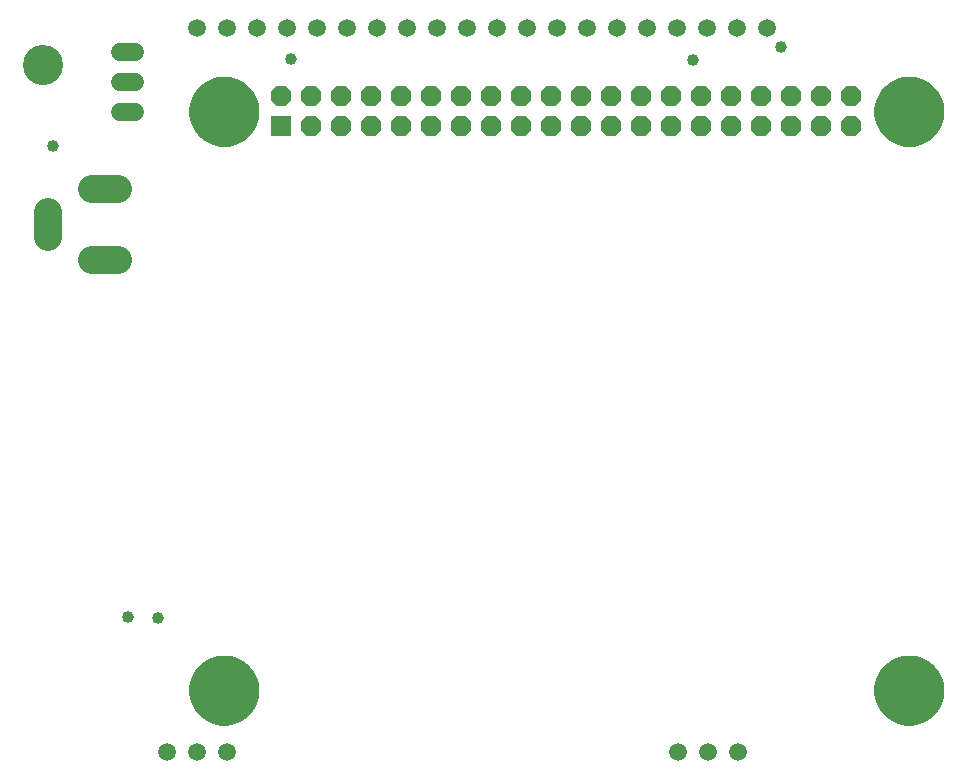
<source format=gts>
G75*
%MOIN*%
%OFA0B0*%
%FSLAX25Y25*%
%IPPOS*%
%LPD*%
%AMOC8*
5,1,8,0,0,1.08239X$1,22.5*
%
%ADD10C,0.13398*%
%ADD11C,0.12205*%
%ADD12C,0.05950*%
%ADD13R,0.06800X0.06800*%
%ADD14OC8,0.06800*%
%ADD15C,0.09400*%
%ADD16C,0.06000*%
%ADD17C,0.03975*%
D10*
X0080395Y0035362D03*
X0080395Y0228275D03*
X0020149Y0243818D03*
X0308742Y0228275D03*
X0308742Y0035362D03*
D11*
X0303242Y0035362D02*
X0303244Y0035510D01*
X0303250Y0035658D01*
X0303260Y0035806D01*
X0303274Y0035954D01*
X0303292Y0036101D01*
X0303314Y0036248D01*
X0303340Y0036394D01*
X0303369Y0036539D01*
X0303403Y0036684D01*
X0303441Y0036827D01*
X0303482Y0036970D01*
X0303527Y0037111D01*
X0303577Y0037251D01*
X0303629Y0037389D01*
X0303686Y0037527D01*
X0303746Y0037662D01*
X0303810Y0037796D01*
X0303877Y0037928D01*
X0303948Y0038058D01*
X0304023Y0038187D01*
X0304101Y0038313D01*
X0304182Y0038437D01*
X0304266Y0038559D01*
X0304354Y0038678D01*
X0304445Y0038795D01*
X0304539Y0038910D01*
X0304637Y0039022D01*
X0304737Y0039131D01*
X0304840Y0039238D01*
X0304946Y0039342D01*
X0305054Y0039443D01*
X0305166Y0039541D01*
X0305280Y0039636D01*
X0305396Y0039727D01*
X0305515Y0039816D01*
X0305636Y0039901D01*
X0305760Y0039983D01*
X0305886Y0040062D01*
X0306013Y0040137D01*
X0306143Y0040209D01*
X0306275Y0040278D01*
X0306408Y0040342D01*
X0306543Y0040403D01*
X0306680Y0040461D01*
X0306818Y0040515D01*
X0306958Y0040565D01*
X0307099Y0040611D01*
X0307241Y0040653D01*
X0307384Y0040692D01*
X0307528Y0040726D01*
X0307674Y0040757D01*
X0307819Y0040784D01*
X0307966Y0040807D01*
X0308113Y0040826D01*
X0308261Y0040841D01*
X0308408Y0040852D01*
X0308557Y0040859D01*
X0308705Y0040862D01*
X0308853Y0040861D01*
X0309001Y0040856D01*
X0309149Y0040847D01*
X0309297Y0040834D01*
X0309445Y0040817D01*
X0309591Y0040796D01*
X0309738Y0040771D01*
X0309883Y0040742D01*
X0310028Y0040710D01*
X0310171Y0040673D01*
X0310314Y0040633D01*
X0310456Y0040588D01*
X0310596Y0040540D01*
X0310735Y0040488D01*
X0310872Y0040433D01*
X0311008Y0040373D01*
X0311143Y0040310D01*
X0311275Y0040244D01*
X0311406Y0040174D01*
X0311535Y0040100D01*
X0311661Y0040023D01*
X0311786Y0039943D01*
X0311908Y0039859D01*
X0312029Y0039772D01*
X0312146Y0039682D01*
X0312262Y0039588D01*
X0312374Y0039492D01*
X0312484Y0039393D01*
X0312592Y0039290D01*
X0312696Y0039185D01*
X0312798Y0039077D01*
X0312896Y0038966D01*
X0312992Y0038853D01*
X0313085Y0038737D01*
X0313174Y0038619D01*
X0313260Y0038498D01*
X0313343Y0038375D01*
X0313423Y0038250D01*
X0313499Y0038123D01*
X0313572Y0037993D01*
X0313641Y0037862D01*
X0313706Y0037729D01*
X0313769Y0037595D01*
X0313827Y0037458D01*
X0313882Y0037320D01*
X0313932Y0037181D01*
X0313980Y0037040D01*
X0314023Y0036899D01*
X0314063Y0036756D01*
X0314098Y0036612D01*
X0314130Y0036467D01*
X0314158Y0036321D01*
X0314182Y0036175D01*
X0314202Y0036028D01*
X0314218Y0035880D01*
X0314230Y0035733D01*
X0314238Y0035584D01*
X0314242Y0035436D01*
X0314242Y0035288D01*
X0314238Y0035140D01*
X0314230Y0034991D01*
X0314218Y0034844D01*
X0314202Y0034696D01*
X0314182Y0034549D01*
X0314158Y0034403D01*
X0314130Y0034257D01*
X0314098Y0034112D01*
X0314063Y0033968D01*
X0314023Y0033825D01*
X0313980Y0033684D01*
X0313932Y0033543D01*
X0313882Y0033404D01*
X0313827Y0033266D01*
X0313769Y0033129D01*
X0313706Y0032995D01*
X0313641Y0032862D01*
X0313572Y0032731D01*
X0313499Y0032601D01*
X0313423Y0032474D01*
X0313343Y0032349D01*
X0313260Y0032226D01*
X0313174Y0032105D01*
X0313085Y0031987D01*
X0312992Y0031871D01*
X0312896Y0031758D01*
X0312798Y0031647D01*
X0312696Y0031539D01*
X0312592Y0031434D01*
X0312484Y0031331D01*
X0312374Y0031232D01*
X0312262Y0031136D01*
X0312146Y0031042D01*
X0312029Y0030952D01*
X0311908Y0030865D01*
X0311786Y0030781D01*
X0311661Y0030701D01*
X0311535Y0030624D01*
X0311406Y0030550D01*
X0311275Y0030480D01*
X0311143Y0030414D01*
X0311008Y0030351D01*
X0310872Y0030291D01*
X0310735Y0030236D01*
X0310596Y0030184D01*
X0310456Y0030136D01*
X0310314Y0030091D01*
X0310171Y0030051D01*
X0310028Y0030014D01*
X0309883Y0029982D01*
X0309738Y0029953D01*
X0309591Y0029928D01*
X0309445Y0029907D01*
X0309297Y0029890D01*
X0309149Y0029877D01*
X0309001Y0029868D01*
X0308853Y0029863D01*
X0308705Y0029862D01*
X0308557Y0029865D01*
X0308408Y0029872D01*
X0308261Y0029883D01*
X0308113Y0029898D01*
X0307966Y0029917D01*
X0307819Y0029940D01*
X0307674Y0029967D01*
X0307528Y0029998D01*
X0307384Y0030032D01*
X0307241Y0030071D01*
X0307099Y0030113D01*
X0306958Y0030159D01*
X0306818Y0030209D01*
X0306680Y0030263D01*
X0306543Y0030321D01*
X0306408Y0030382D01*
X0306275Y0030446D01*
X0306143Y0030515D01*
X0306013Y0030587D01*
X0305886Y0030662D01*
X0305760Y0030741D01*
X0305636Y0030823D01*
X0305515Y0030908D01*
X0305396Y0030997D01*
X0305280Y0031088D01*
X0305166Y0031183D01*
X0305054Y0031281D01*
X0304946Y0031382D01*
X0304840Y0031486D01*
X0304737Y0031593D01*
X0304637Y0031702D01*
X0304539Y0031814D01*
X0304445Y0031929D01*
X0304354Y0032046D01*
X0304266Y0032165D01*
X0304182Y0032287D01*
X0304101Y0032411D01*
X0304023Y0032537D01*
X0303948Y0032666D01*
X0303877Y0032796D01*
X0303810Y0032928D01*
X0303746Y0033062D01*
X0303686Y0033197D01*
X0303629Y0033335D01*
X0303577Y0033473D01*
X0303527Y0033613D01*
X0303482Y0033754D01*
X0303441Y0033897D01*
X0303403Y0034040D01*
X0303369Y0034185D01*
X0303340Y0034330D01*
X0303314Y0034476D01*
X0303292Y0034623D01*
X0303274Y0034770D01*
X0303260Y0034918D01*
X0303250Y0035066D01*
X0303244Y0035214D01*
X0303242Y0035362D01*
X0303242Y0228275D02*
X0303244Y0228423D01*
X0303250Y0228571D01*
X0303260Y0228719D01*
X0303274Y0228867D01*
X0303292Y0229014D01*
X0303314Y0229161D01*
X0303340Y0229307D01*
X0303369Y0229452D01*
X0303403Y0229597D01*
X0303441Y0229740D01*
X0303482Y0229883D01*
X0303527Y0230024D01*
X0303577Y0230164D01*
X0303629Y0230302D01*
X0303686Y0230440D01*
X0303746Y0230575D01*
X0303810Y0230709D01*
X0303877Y0230841D01*
X0303948Y0230971D01*
X0304023Y0231100D01*
X0304101Y0231226D01*
X0304182Y0231350D01*
X0304266Y0231472D01*
X0304354Y0231591D01*
X0304445Y0231708D01*
X0304539Y0231823D01*
X0304637Y0231935D01*
X0304737Y0232044D01*
X0304840Y0232151D01*
X0304946Y0232255D01*
X0305054Y0232356D01*
X0305166Y0232454D01*
X0305280Y0232549D01*
X0305396Y0232640D01*
X0305515Y0232729D01*
X0305636Y0232814D01*
X0305760Y0232896D01*
X0305886Y0232975D01*
X0306013Y0233050D01*
X0306143Y0233122D01*
X0306275Y0233191D01*
X0306408Y0233255D01*
X0306543Y0233316D01*
X0306680Y0233374D01*
X0306818Y0233428D01*
X0306958Y0233478D01*
X0307099Y0233524D01*
X0307241Y0233566D01*
X0307384Y0233605D01*
X0307528Y0233639D01*
X0307674Y0233670D01*
X0307819Y0233697D01*
X0307966Y0233720D01*
X0308113Y0233739D01*
X0308261Y0233754D01*
X0308408Y0233765D01*
X0308557Y0233772D01*
X0308705Y0233775D01*
X0308853Y0233774D01*
X0309001Y0233769D01*
X0309149Y0233760D01*
X0309297Y0233747D01*
X0309445Y0233730D01*
X0309591Y0233709D01*
X0309738Y0233684D01*
X0309883Y0233655D01*
X0310028Y0233623D01*
X0310171Y0233586D01*
X0310314Y0233546D01*
X0310456Y0233501D01*
X0310596Y0233453D01*
X0310735Y0233401D01*
X0310872Y0233346D01*
X0311008Y0233286D01*
X0311143Y0233223D01*
X0311275Y0233157D01*
X0311406Y0233087D01*
X0311535Y0233013D01*
X0311661Y0232936D01*
X0311786Y0232856D01*
X0311908Y0232772D01*
X0312029Y0232685D01*
X0312146Y0232595D01*
X0312262Y0232501D01*
X0312374Y0232405D01*
X0312484Y0232306D01*
X0312592Y0232203D01*
X0312696Y0232098D01*
X0312798Y0231990D01*
X0312896Y0231879D01*
X0312992Y0231766D01*
X0313085Y0231650D01*
X0313174Y0231532D01*
X0313260Y0231411D01*
X0313343Y0231288D01*
X0313423Y0231163D01*
X0313499Y0231036D01*
X0313572Y0230906D01*
X0313641Y0230775D01*
X0313706Y0230642D01*
X0313769Y0230508D01*
X0313827Y0230371D01*
X0313882Y0230233D01*
X0313932Y0230094D01*
X0313980Y0229953D01*
X0314023Y0229812D01*
X0314063Y0229669D01*
X0314098Y0229525D01*
X0314130Y0229380D01*
X0314158Y0229234D01*
X0314182Y0229088D01*
X0314202Y0228941D01*
X0314218Y0228793D01*
X0314230Y0228646D01*
X0314238Y0228497D01*
X0314242Y0228349D01*
X0314242Y0228201D01*
X0314238Y0228053D01*
X0314230Y0227904D01*
X0314218Y0227757D01*
X0314202Y0227609D01*
X0314182Y0227462D01*
X0314158Y0227316D01*
X0314130Y0227170D01*
X0314098Y0227025D01*
X0314063Y0226881D01*
X0314023Y0226738D01*
X0313980Y0226597D01*
X0313932Y0226456D01*
X0313882Y0226317D01*
X0313827Y0226179D01*
X0313769Y0226042D01*
X0313706Y0225908D01*
X0313641Y0225775D01*
X0313572Y0225644D01*
X0313499Y0225514D01*
X0313423Y0225387D01*
X0313343Y0225262D01*
X0313260Y0225139D01*
X0313174Y0225018D01*
X0313085Y0224900D01*
X0312992Y0224784D01*
X0312896Y0224671D01*
X0312798Y0224560D01*
X0312696Y0224452D01*
X0312592Y0224347D01*
X0312484Y0224244D01*
X0312374Y0224145D01*
X0312262Y0224049D01*
X0312146Y0223955D01*
X0312029Y0223865D01*
X0311908Y0223778D01*
X0311786Y0223694D01*
X0311661Y0223614D01*
X0311535Y0223537D01*
X0311406Y0223463D01*
X0311275Y0223393D01*
X0311143Y0223327D01*
X0311008Y0223264D01*
X0310872Y0223204D01*
X0310735Y0223149D01*
X0310596Y0223097D01*
X0310456Y0223049D01*
X0310314Y0223004D01*
X0310171Y0222964D01*
X0310028Y0222927D01*
X0309883Y0222895D01*
X0309738Y0222866D01*
X0309591Y0222841D01*
X0309445Y0222820D01*
X0309297Y0222803D01*
X0309149Y0222790D01*
X0309001Y0222781D01*
X0308853Y0222776D01*
X0308705Y0222775D01*
X0308557Y0222778D01*
X0308408Y0222785D01*
X0308261Y0222796D01*
X0308113Y0222811D01*
X0307966Y0222830D01*
X0307819Y0222853D01*
X0307674Y0222880D01*
X0307528Y0222911D01*
X0307384Y0222945D01*
X0307241Y0222984D01*
X0307099Y0223026D01*
X0306958Y0223072D01*
X0306818Y0223122D01*
X0306680Y0223176D01*
X0306543Y0223234D01*
X0306408Y0223295D01*
X0306275Y0223359D01*
X0306143Y0223428D01*
X0306013Y0223500D01*
X0305886Y0223575D01*
X0305760Y0223654D01*
X0305636Y0223736D01*
X0305515Y0223821D01*
X0305396Y0223910D01*
X0305280Y0224001D01*
X0305166Y0224096D01*
X0305054Y0224194D01*
X0304946Y0224295D01*
X0304840Y0224399D01*
X0304737Y0224506D01*
X0304637Y0224615D01*
X0304539Y0224727D01*
X0304445Y0224842D01*
X0304354Y0224959D01*
X0304266Y0225078D01*
X0304182Y0225200D01*
X0304101Y0225324D01*
X0304023Y0225450D01*
X0303948Y0225579D01*
X0303877Y0225709D01*
X0303810Y0225841D01*
X0303746Y0225975D01*
X0303686Y0226110D01*
X0303629Y0226248D01*
X0303577Y0226386D01*
X0303527Y0226526D01*
X0303482Y0226667D01*
X0303441Y0226810D01*
X0303403Y0226953D01*
X0303369Y0227098D01*
X0303340Y0227243D01*
X0303314Y0227389D01*
X0303292Y0227536D01*
X0303274Y0227683D01*
X0303260Y0227831D01*
X0303250Y0227979D01*
X0303244Y0228127D01*
X0303242Y0228275D01*
X0074895Y0228275D02*
X0074897Y0228423D01*
X0074903Y0228571D01*
X0074913Y0228719D01*
X0074927Y0228867D01*
X0074945Y0229014D01*
X0074967Y0229161D01*
X0074993Y0229307D01*
X0075022Y0229452D01*
X0075056Y0229597D01*
X0075094Y0229740D01*
X0075135Y0229883D01*
X0075180Y0230024D01*
X0075230Y0230164D01*
X0075282Y0230302D01*
X0075339Y0230440D01*
X0075399Y0230575D01*
X0075463Y0230709D01*
X0075530Y0230841D01*
X0075601Y0230971D01*
X0075676Y0231100D01*
X0075754Y0231226D01*
X0075835Y0231350D01*
X0075919Y0231472D01*
X0076007Y0231591D01*
X0076098Y0231708D01*
X0076192Y0231823D01*
X0076290Y0231935D01*
X0076390Y0232044D01*
X0076493Y0232151D01*
X0076599Y0232255D01*
X0076707Y0232356D01*
X0076819Y0232454D01*
X0076933Y0232549D01*
X0077049Y0232640D01*
X0077168Y0232729D01*
X0077289Y0232814D01*
X0077413Y0232896D01*
X0077539Y0232975D01*
X0077666Y0233050D01*
X0077796Y0233122D01*
X0077928Y0233191D01*
X0078061Y0233255D01*
X0078196Y0233316D01*
X0078333Y0233374D01*
X0078471Y0233428D01*
X0078611Y0233478D01*
X0078752Y0233524D01*
X0078894Y0233566D01*
X0079037Y0233605D01*
X0079181Y0233639D01*
X0079327Y0233670D01*
X0079472Y0233697D01*
X0079619Y0233720D01*
X0079766Y0233739D01*
X0079914Y0233754D01*
X0080061Y0233765D01*
X0080210Y0233772D01*
X0080358Y0233775D01*
X0080506Y0233774D01*
X0080654Y0233769D01*
X0080802Y0233760D01*
X0080950Y0233747D01*
X0081098Y0233730D01*
X0081244Y0233709D01*
X0081391Y0233684D01*
X0081536Y0233655D01*
X0081681Y0233623D01*
X0081824Y0233586D01*
X0081967Y0233546D01*
X0082109Y0233501D01*
X0082249Y0233453D01*
X0082388Y0233401D01*
X0082525Y0233346D01*
X0082661Y0233286D01*
X0082796Y0233223D01*
X0082928Y0233157D01*
X0083059Y0233087D01*
X0083188Y0233013D01*
X0083314Y0232936D01*
X0083439Y0232856D01*
X0083561Y0232772D01*
X0083682Y0232685D01*
X0083799Y0232595D01*
X0083915Y0232501D01*
X0084027Y0232405D01*
X0084137Y0232306D01*
X0084245Y0232203D01*
X0084349Y0232098D01*
X0084451Y0231990D01*
X0084549Y0231879D01*
X0084645Y0231766D01*
X0084738Y0231650D01*
X0084827Y0231532D01*
X0084913Y0231411D01*
X0084996Y0231288D01*
X0085076Y0231163D01*
X0085152Y0231036D01*
X0085225Y0230906D01*
X0085294Y0230775D01*
X0085359Y0230642D01*
X0085422Y0230508D01*
X0085480Y0230371D01*
X0085535Y0230233D01*
X0085585Y0230094D01*
X0085633Y0229953D01*
X0085676Y0229812D01*
X0085716Y0229669D01*
X0085751Y0229525D01*
X0085783Y0229380D01*
X0085811Y0229234D01*
X0085835Y0229088D01*
X0085855Y0228941D01*
X0085871Y0228793D01*
X0085883Y0228646D01*
X0085891Y0228497D01*
X0085895Y0228349D01*
X0085895Y0228201D01*
X0085891Y0228053D01*
X0085883Y0227904D01*
X0085871Y0227757D01*
X0085855Y0227609D01*
X0085835Y0227462D01*
X0085811Y0227316D01*
X0085783Y0227170D01*
X0085751Y0227025D01*
X0085716Y0226881D01*
X0085676Y0226738D01*
X0085633Y0226597D01*
X0085585Y0226456D01*
X0085535Y0226317D01*
X0085480Y0226179D01*
X0085422Y0226042D01*
X0085359Y0225908D01*
X0085294Y0225775D01*
X0085225Y0225644D01*
X0085152Y0225514D01*
X0085076Y0225387D01*
X0084996Y0225262D01*
X0084913Y0225139D01*
X0084827Y0225018D01*
X0084738Y0224900D01*
X0084645Y0224784D01*
X0084549Y0224671D01*
X0084451Y0224560D01*
X0084349Y0224452D01*
X0084245Y0224347D01*
X0084137Y0224244D01*
X0084027Y0224145D01*
X0083915Y0224049D01*
X0083799Y0223955D01*
X0083682Y0223865D01*
X0083561Y0223778D01*
X0083439Y0223694D01*
X0083314Y0223614D01*
X0083188Y0223537D01*
X0083059Y0223463D01*
X0082928Y0223393D01*
X0082796Y0223327D01*
X0082661Y0223264D01*
X0082525Y0223204D01*
X0082388Y0223149D01*
X0082249Y0223097D01*
X0082109Y0223049D01*
X0081967Y0223004D01*
X0081824Y0222964D01*
X0081681Y0222927D01*
X0081536Y0222895D01*
X0081391Y0222866D01*
X0081244Y0222841D01*
X0081098Y0222820D01*
X0080950Y0222803D01*
X0080802Y0222790D01*
X0080654Y0222781D01*
X0080506Y0222776D01*
X0080358Y0222775D01*
X0080210Y0222778D01*
X0080061Y0222785D01*
X0079914Y0222796D01*
X0079766Y0222811D01*
X0079619Y0222830D01*
X0079472Y0222853D01*
X0079327Y0222880D01*
X0079181Y0222911D01*
X0079037Y0222945D01*
X0078894Y0222984D01*
X0078752Y0223026D01*
X0078611Y0223072D01*
X0078471Y0223122D01*
X0078333Y0223176D01*
X0078196Y0223234D01*
X0078061Y0223295D01*
X0077928Y0223359D01*
X0077796Y0223428D01*
X0077666Y0223500D01*
X0077539Y0223575D01*
X0077413Y0223654D01*
X0077289Y0223736D01*
X0077168Y0223821D01*
X0077049Y0223910D01*
X0076933Y0224001D01*
X0076819Y0224096D01*
X0076707Y0224194D01*
X0076599Y0224295D01*
X0076493Y0224399D01*
X0076390Y0224506D01*
X0076290Y0224615D01*
X0076192Y0224727D01*
X0076098Y0224842D01*
X0076007Y0224959D01*
X0075919Y0225078D01*
X0075835Y0225200D01*
X0075754Y0225324D01*
X0075676Y0225450D01*
X0075601Y0225579D01*
X0075530Y0225709D01*
X0075463Y0225841D01*
X0075399Y0225975D01*
X0075339Y0226110D01*
X0075282Y0226248D01*
X0075230Y0226386D01*
X0075180Y0226526D01*
X0075135Y0226667D01*
X0075094Y0226810D01*
X0075056Y0226953D01*
X0075022Y0227098D01*
X0074993Y0227243D01*
X0074967Y0227389D01*
X0074945Y0227536D01*
X0074927Y0227683D01*
X0074913Y0227831D01*
X0074903Y0227979D01*
X0074897Y0228127D01*
X0074895Y0228275D01*
X0074895Y0035362D02*
X0074897Y0035510D01*
X0074903Y0035658D01*
X0074913Y0035806D01*
X0074927Y0035954D01*
X0074945Y0036101D01*
X0074967Y0036248D01*
X0074993Y0036394D01*
X0075022Y0036539D01*
X0075056Y0036684D01*
X0075094Y0036827D01*
X0075135Y0036970D01*
X0075180Y0037111D01*
X0075230Y0037251D01*
X0075282Y0037389D01*
X0075339Y0037527D01*
X0075399Y0037662D01*
X0075463Y0037796D01*
X0075530Y0037928D01*
X0075601Y0038058D01*
X0075676Y0038187D01*
X0075754Y0038313D01*
X0075835Y0038437D01*
X0075919Y0038559D01*
X0076007Y0038678D01*
X0076098Y0038795D01*
X0076192Y0038910D01*
X0076290Y0039022D01*
X0076390Y0039131D01*
X0076493Y0039238D01*
X0076599Y0039342D01*
X0076707Y0039443D01*
X0076819Y0039541D01*
X0076933Y0039636D01*
X0077049Y0039727D01*
X0077168Y0039816D01*
X0077289Y0039901D01*
X0077413Y0039983D01*
X0077539Y0040062D01*
X0077666Y0040137D01*
X0077796Y0040209D01*
X0077928Y0040278D01*
X0078061Y0040342D01*
X0078196Y0040403D01*
X0078333Y0040461D01*
X0078471Y0040515D01*
X0078611Y0040565D01*
X0078752Y0040611D01*
X0078894Y0040653D01*
X0079037Y0040692D01*
X0079181Y0040726D01*
X0079327Y0040757D01*
X0079472Y0040784D01*
X0079619Y0040807D01*
X0079766Y0040826D01*
X0079914Y0040841D01*
X0080061Y0040852D01*
X0080210Y0040859D01*
X0080358Y0040862D01*
X0080506Y0040861D01*
X0080654Y0040856D01*
X0080802Y0040847D01*
X0080950Y0040834D01*
X0081098Y0040817D01*
X0081244Y0040796D01*
X0081391Y0040771D01*
X0081536Y0040742D01*
X0081681Y0040710D01*
X0081824Y0040673D01*
X0081967Y0040633D01*
X0082109Y0040588D01*
X0082249Y0040540D01*
X0082388Y0040488D01*
X0082525Y0040433D01*
X0082661Y0040373D01*
X0082796Y0040310D01*
X0082928Y0040244D01*
X0083059Y0040174D01*
X0083188Y0040100D01*
X0083314Y0040023D01*
X0083439Y0039943D01*
X0083561Y0039859D01*
X0083682Y0039772D01*
X0083799Y0039682D01*
X0083915Y0039588D01*
X0084027Y0039492D01*
X0084137Y0039393D01*
X0084245Y0039290D01*
X0084349Y0039185D01*
X0084451Y0039077D01*
X0084549Y0038966D01*
X0084645Y0038853D01*
X0084738Y0038737D01*
X0084827Y0038619D01*
X0084913Y0038498D01*
X0084996Y0038375D01*
X0085076Y0038250D01*
X0085152Y0038123D01*
X0085225Y0037993D01*
X0085294Y0037862D01*
X0085359Y0037729D01*
X0085422Y0037595D01*
X0085480Y0037458D01*
X0085535Y0037320D01*
X0085585Y0037181D01*
X0085633Y0037040D01*
X0085676Y0036899D01*
X0085716Y0036756D01*
X0085751Y0036612D01*
X0085783Y0036467D01*
X0085811Y0036321D01*
X0085835Y0036175D01*
X0085855Y0036028D01*
X0085871Y0035880D01*
X0085883Y0035733D01*
X0085891Y0035584D01*
X0085895Y0035436D01*
X0085895Y0035288D01*
X0085891Y0035140D01*
X0085883Y0034991D01*
X0085871Y0034844D01*
X0085855Y0034696D01*
X0085835Y0034549D01*
X0085811Y0034403D01*
X0085783Y0034257D01*
X0085751Y0034112D01*
X0085716Y0033968D01*
X0085676Y0033825D01*
X0085633Y0033684D01*
X0085585Y0033543D01*
X0085535Y0033404D01*
X0085480Y0033266D01*
X0085422Y0033129D01*
X0085359Y0032995D01*
X0085294Y0032862D01*
X0085225Y0032731D01*
X0085152Y0032601D01*
X0085076Y0032474D01*
X0084996Y0032349D01*
X0084913Y0032226D01*
X0084827Y0032105D01*
X0084738Y0031987D01*
X0084645Y0031871D01*
X0084549Y0031758D01*
X0084451Y0031647D01*
X0084349Y0031539D01*
X0084245Y0031434D01*
X0084137Y0031331D01*
X0084027Y0031232D01*
X0083915Y0031136D01*
X0083799Y0031042D01*
X0083682Y0030952D01*
X0083561Y0030865D01*
X0083439Y0030781D01*
X0083314Y0030701D01*
X0083188Y0030624D01*
X0083059Y0030550D01*
X0082928Y0030480D01*
X0082796Y0030414D01*
X0082661Y0030351D01*
X0082525Y0030291D01*
X0082388Y0030236D01*
X0082249Y0030184D01*
X0082109Y0030136D01*
X0081967Y0030091D01*
X0081824Y0030051D01*
X0081681Y0030014D01*
X0081536Y0029982D01*
X0081391Y0029953D01*
X0081244Y0029928D01*
X0081098Y0029907D01*
X0080950Y0029890D01*
X0080802Y0029877D01*
X0080654Y0029868D01*
X0080506Y0029863D01*
X0080358Y0029862D01*
X0080210Y0029865D01*
X0080061Y0029872D01*
X0079914Y0029883D01*
X0079766Y0029898D01*
X0079619Y0029917D01*
X0079472Y0029940D01*
X0079327Y0029967D01*
X0079181Y0029998D01*
X0079037Y0030032D01*
X0078894Y0030071D01*
X0078752Y0030113D01*
X0078611Y0030159D01*
X0078471Y0030209D01*
X0078333Y0030263D01*
X0078196Y0030321D01*
X0078061Y0030382D01*
X0077928Y0030446D01*
X0077796Y0030515D01*
X0077666Y0030587D01*
X0077539Y0030662D01*
X0077413Y0030741D01*
X0077289Y0030823D01*
X0077168Y0030908D01*
X0077049Y0030997D01*
X0076933Y0031088D01*
X0076819Y0031183D01*
X0076707Y0031281D01*
X0076599Y0031382D01*
X0076493Y0031486D01*
X0076390Y0031593D01*
X0076290Y0031702D01*
X0076192Y0031814D01*
X0076098Y0031929D01*
X0076007Y0032046D01*
X0075919Y0032165D01*
X0075835Y0032287D01*
X0075754Y0032411D01*
X0075676Y0032537D01*
X0075601Y0032666D01*
X0075530Y0032796D01*
X0075463Y0032928D01*
X0075399Y0033062D01*
X0075339Y0033197D01*
X0075282Y0033335D01*
X0075230Y0033473D01*
X0075180Y0033613D01*
X0075135Y0033754D01*
X0075094Y0033897D01*
X0075056Y0034040D01*
X0075022Y0034185D01*
X0074993Y0034330D01*
X0074967Y0034476D01*
X0074945Y0034623D01*
X0074927Y0034770D01*
X0074913Y0034918D01*
X0074903Y0035066D01*
X0074897Y0035214D01*
X0074895Y0035362D01*
D12*
X0061567Y0014881D03*
X0071567Y0014881D03*
X0081567Y0014881D03*
X0231645Y0014881D03*
X0241645Y0014881D03*
X0251645Y0014881D03*
X0251488Y0256219D03*
X0261488Y0256219D03*
X0241488Y0256219D03*
X0231488Y0256219D03*
X0221488Y0256219D03*
X0211488Y0256219D03*
X0201488Y0256219D03*
X0191488Y0256219D03*
X0181488Y0256219D03*
X0171488Y0256219D03*
X0161488Y0256219D03*
X0151488Y0256219D03*
X0141488Y0256219D03*
X0131488Y0256219D03*
X0121488Y0256219D03*
X0111488Y0256219D03*
X0101488Y0256219D03*
X0091488Y0256219D03*
X0081488Y0256219D03*
X0071488Y0256219D03*
D13*
X0099569Y0223275D03*
D14*
X0109569Y0223275D03*
X0119569Y0223275D03*
X0129569Y0223275D03*
X0139569Y0223275D03*
X0149569Y0223275D03*
X0159569Y0223275D03*
X0169569Y0223275D03*
X0179569Y0223275D03*
X0189569Y0223275D03*
X0199569Y0223275D03*
X0209569Y0223275D03*
X0219569Y0223275D03*
X0229569Y0223275D03*
X0239569Y0223275D03*
X0249569Y0223275D03*
X0259569Y0223275D03*
X0269569Y0223275D03*
X0279569Y0223275D03*
X0289569Y0223275D03*
X0289569Y0233275D03*
X0279569Y0233275D03*
X0269569Y0233275D03*
X0259569Y0233275D03*
X0249569Y0233275D03*
X0239569Y0233275D03*
X0229569Y0233275D03*
X0219569Y0233275D03*
X0209569Y0233275D03*
X0199569Y0233275D03*
X0189569Y0233275D03*
X0179569Y0233275D03*
X0169569Y0233275D03*
X0159569Y0233275D03*
X0149569Y0233275D03*
X0139569Y0233275D03*
X0129569Y0233275D03*
X0119569Y0233275D03*
X0109569Y0233275D03*
X0099569Y0233275D03*
D15*
X0045119Y0202361D02*
X0036519Y0202361D01*
X0021921Y0194850D02*
X0021921Y0186250D01*
X0036519Y0178739D02*
X0045119Y0178739D01*
D16*
X0045719Y0228050D02*
X0050919Y0228050D01*
X0050919Y0238050D02*
X0045719Y0238050D01*
X0045719Y0248050D02*
X0050919Y0248050D01*
D17*
X0023319Y0216800D03*
X0102691Y0245832D03*
X0236916Y0245507D03*
X0266166Y0249732D03*
X0058319Y0059435D03*
X0048416Y0059607D03*
M02*

</source>
